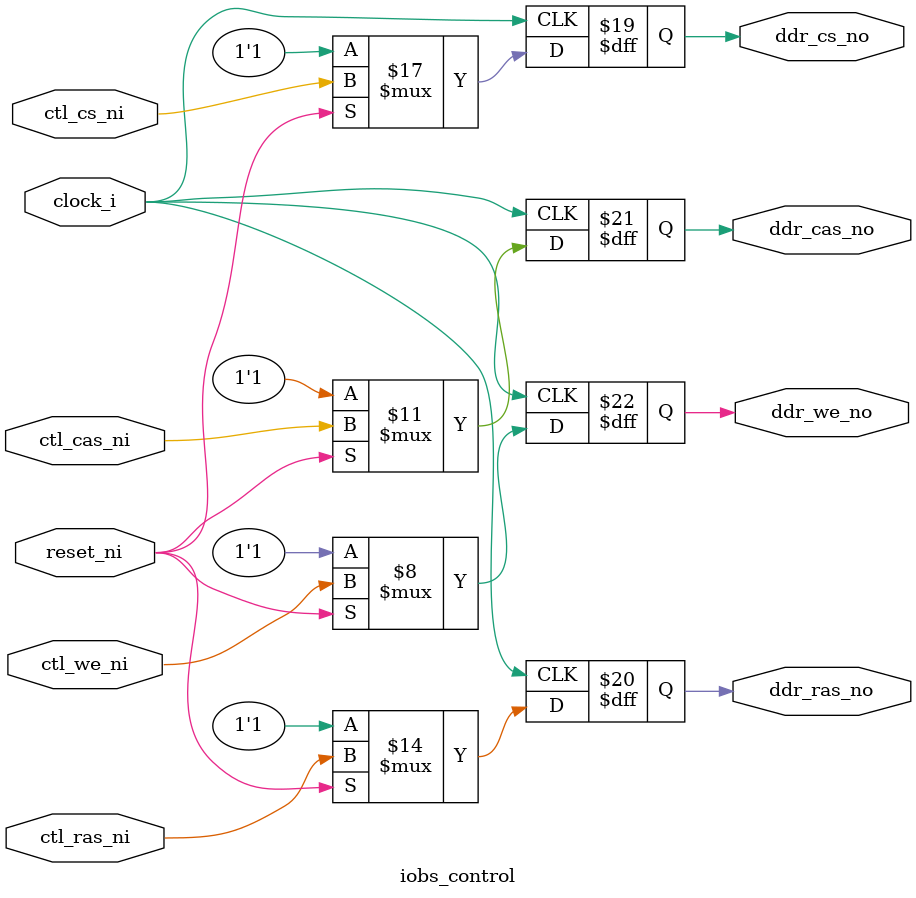
<source format=v>
/***************************************************************************
 *                                                                         *
 *   iobs_control.v - The control pin IOBs of the DDR controller.          *
 *                                                                         *
 *   Copyright (C) 2007 by Patrick Suggate                                 *
 *   patrick@physics.otago.ac.nz                                           *
 *                                                                         *
 *   This program is free software; you can redistribute it and/or modify  *
 *   it under the terms of the GNU General Public License as published by  *
 *   the Free Software Foundation; either version 2 of the License, or     *
 *   (at your option) any later version.                                   *
 *                                                                         *
 *   This program is distributed in the hope that it will be useful,       *
 *   but WITHOUT ANY WARRANTY; without even the implied warranty of        *
 *   MERCHANTABILITY or FITNESS FOR A PARTICULAR PURPOSE.  See the         *
 *   GNU General Public License for more details.                          *
 *                                                                         *
 *   You should have received a copy of the GNU General Public License     *
 *   along with this program; if not, write to the                         *
 *   Free Software Foundation, Inc.,                                       *
 *   59 Temple Place - Suite 330, Boston, MA  02111-1307, USA.             *
 ***************************************************************************/

`timescale 1ns/100ps
module iobs_control (
	clock_i,
	reset_ni,
	
	ctl_cs_ni,
	ctl_ras_ni,
	ctl_cas_ni,
	ctl_we_ni,
	
	ddr_cs_no,
	ddr_ras_no,
	ddr_cas_no,
	ddr_we_no
);

input	clock_i;
input	reset_ni;

input	ctl_cs_ni;
input	ctl_ras_ni;
input	ctl_cas_ni;
input	ctl_we_ni;

output	ddr_cs_no;
output	ddr_ras_no;
output	ddr_cas_no;
output	ddr_we_no;


// synthesis attribute iob of ddr_cs_no is true ;
// synthesis attribute iob of ddr_ras_no is true ;
// synthesis attribute iob of ddr_cas_no is true ;
// synthesis attribute iob of ddr_we_no is true ;
reg	ddr_cs_no	= 1;
reg	ddr_ras_no	= 1;
reg	ddr_cas_no	= 1;
reg	ddr_we_no	= 1;


always @(posedge clock_i)
begin
	if (!reset_ni)
	begin
		ddr_cs_no	<= 1;
		ddr_ras_no	<= 1;
		ddr_cas_no	<= 1;
		ddr_we_no	<= 1;
	end
	else
	begin
		ddr_cs_no	<= ctl_cs_ni;
		ddr_ras_no	<= ctl_ras_ni;
		ddr_cas_no	<= ctl_cas_ni;
		ddr_we_no	<= ctl_we_ni;
	end
end


endmodule	// iobs_control

</source>
